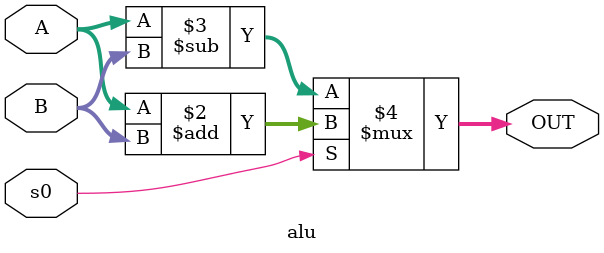
<source format=sv>
module alu  (
	input  logic [15:0]	A,
	input  logic [15:0]	B,
	input  logic			s0,
	output logic [15:0]	OUT
	);
		
	
	always_comb OUT = s0 ? A + B :  A - B;
					
endmodule

</source>
